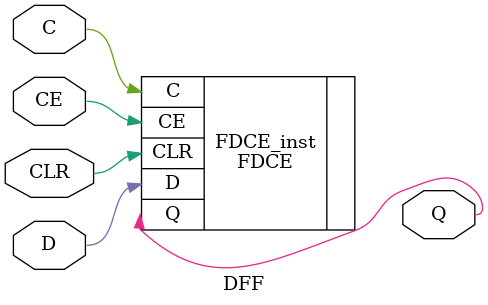
<source format=v>
module DFF(output Q, input C, input CE, input CLR, input D);

FDCE #(
   .INIT(1'b0) // Initial value of register (1'b0 or 1'b1)
) FDCE_inst (
   .Q(Q),      // 1-bit Data output
   .C(C),      // 1-bit Clock input
   .CE(CE),    // 1-bit Clock enable input
   .CLR(CLR),  // 1-bit Asynchronous clear input
   .D(D)       // 1-bit Data input
);

endmodule

</source>
